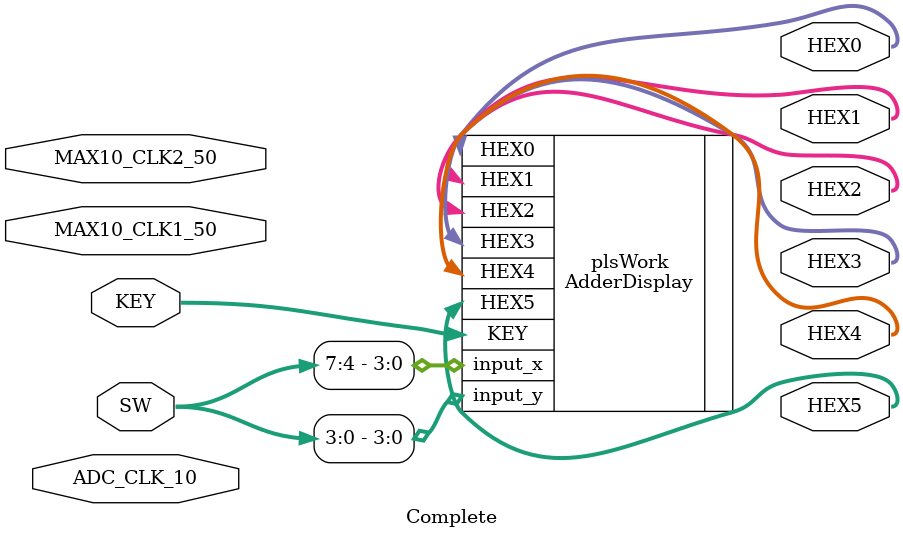
<source format=v>


module Complete(

	//////////// CLOCK //////////
	input 		          		ADC_CLK_10,
	input 		          		MAX10_CLK1_50,
	input 		          		MAX10_CLK2_50,

	//////////// SEG7 //////////
	output		     [7:0]		HEX0,
	output		     [7:0]		HEX1,
	output		     [7:0]		HEX2,
	output		     [7:0]		HEX3,
	output		     [7:0]		HEX4,
	output		     [7:0]		HEX5,

	//////////// KEY //////////
	input 		     [1:0]		KEY,

	//////////// SW //////////
	input 		     [9:0]		SW
);

AdderDisplay plsWork(
	.input_x (SW[7:4]), 
	.input_y (SW[3:0]), 
	.HEX0 (HEX0),
	.HEX1 (HEX1),
	.HEX2 (HEX2),
	.HEX3 (HEX3),
	.HEX4 (HEX4),
	.HEX5 (HEX5),
	.KEY (KEY)
	);


endmodule

</source>
